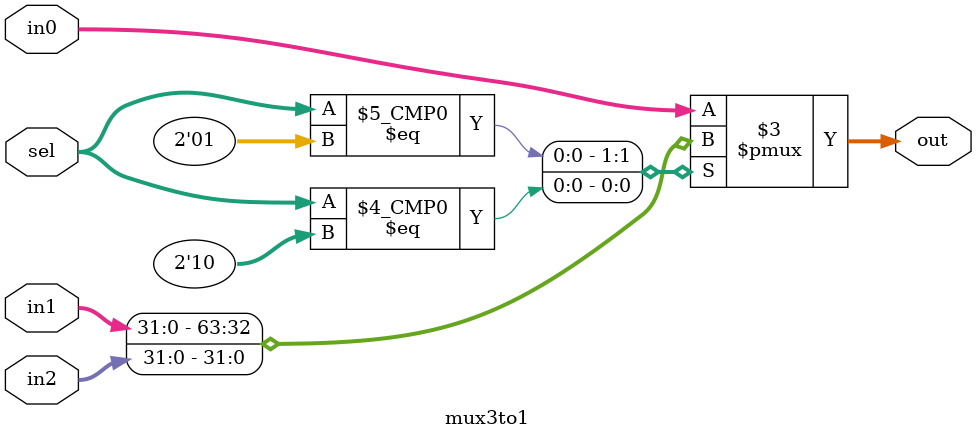
<source format=v>
`timescale 1ns / 1ps

module mux3to1 #(parameter WIDTH = 32)
(
    input wire [WIDTH-1:0] in0,    // Input signal 0
    input wire [WIDTH-1:0] in1,    // Input signal 1
    input wire [WIDTH-1:0] in2,    // Input signal 2
    input wire [1:0] sel,          // Select signal (extended to 2 bits)
    output reg [WIDTH-1:0] out    // Output signal (changed to reg type)
);

    // Select input based on select signal
    always @(*) begin
        case (sel)
            2'b00: out = in0;    // Select input 0
            2'b01: out = in1;    // Select input 1
            2'b10: out = in2;    // Select input 2
            default: out = in0;  // Default to select input 0
        endcase
    end

endmodule

</source>
